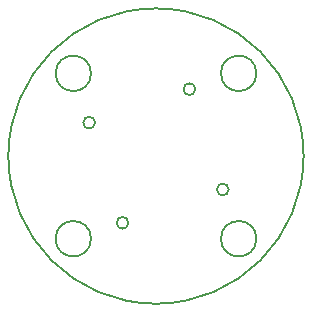
<source format=gm1>
G04 #@! TF.GenerationSoftware,KiCad,Pcbnew,5.0.2-bee76a0~70~ubuntu18.04.1*
G04 #@! TF.CreationDate,2019-09-04T19:42:23+02:00*
G04 #@! TF.ProjectId,upper_Sensor,75707065-725f-4536-956e-736f722e6b69,rev?*
G04 #@! TF.SameCoordinates,Original*
G04 #@! TF.FileFunction,Profile,NP*
%FSLAX46Y46*%
G04 Gerber Fmt 4.6, Leading zero omitted, Abs format (unit mm)*
G04 Created by KiCad (PCBNEW 5.0.2-bee76a0~70~ubuntu18.04.1) date Mi 04 Sep 2019 19:42:23 CEST*
%MOMM*%
%LPD*%
G01*
G04 APERTURE LIST*
%ADD10C,0.150000*%
G04 APERTURE END LIST*
D10*
X104500000Y-73000000D02*
G75*
G03X104500000Y-73000000I-1500000J0D01*
G01*
X113328428Y-74343146D02*
G75*
G03X113328428Y-74343146I-500001J0D01*
G01*
X104843147Y-77171573D02*
G75*
G03X104843147Y-77171573I-500001J0D01*
G01*
X116156855Y-82828427D02*
G75*
G03X116156855Y-82828427I-500001J0D01*
G01*
X107671574Y-85656854D02*
G75*
G03X107671574Y-85656854I-500001J0D01*
G01*
X118500000Y-87000000D02*
G75*
G03X118500000Y-87000000I-1500000J0D01*
G01*
X104500000Y-87000000D02*
G75*
G03X104500000Y-87000000I-1500000J0D01*
G01*
X118500000Y-73000000D02*
G75*
G03X118500000Y-73000000I-1500000J0D01*
G01*
X122500001Y-80000000D02*
G75*
G03X122500001Y-80000000I-12500001J0D01*
G01*
M02*

</source>
